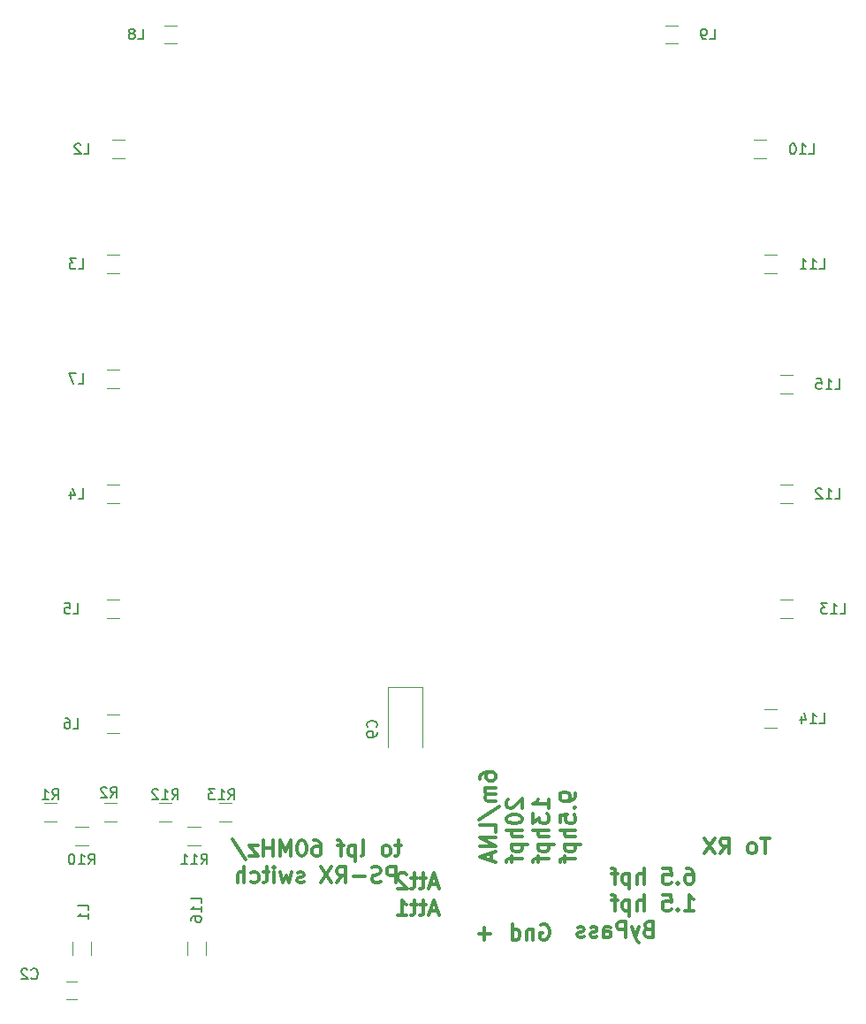
<source format=gbr>
G04 #@! TF.FileFunction,Legend,Bot*
%FSLAX46Y46*%
G04 Gerber Fmt 4.6, Leading zero omitted, Abs format (unit mm)*
G04 Created by KiCad (PCBNEW 4.0.7) date 12/14/17 19:40:57*
%MOMM*%
%LPD*%
G01*
G04 APERTURE LIST*
%ADD10C,0.100000*%
%ADD11C,0.300000*%
%ADD12C,0.120000*%
%ADD13C,0.150000*%
G04 APERTURE END LIST*
D10*
D11*
X172892857Y-95928571D02*
X172035714Y-95928571D01*
X172464285Y-97428571D02*
X172464285Y-95928571D01*
X171321428Y-97428571D02*
X171464286Y-97357143D01*
X171535714Y-97285714D01*
X171607143Y-97142857D01*
X171607143Y-96714286D01*
X171535714Y-96571429D01*
X171464286Y-96500000D01*
X171321428Y-96428571D01*
X171107143Y-96428571D01*
X170964286Y-96500000D01*
X170892857Y-96571429D01*
X170821428Y-96714286D01*
X170821428Y-97142857D01*
X170892857Y-97285714D01*
X170964286Y-97357143D01*
X171107143Y-97428571D01*
X171321428Y-97428571D01*
X168178571Y-97428571D02*
X168678571Y-96714286D01*
X169035714Y-97428571D02*
X169035714Y-95928571D01*
X168464286Y-95928571D01*
X168321428Y-96000000D01*
X168250000Y-96071429D01*
X168178571Y-96214286D01*
X168178571Y-96428571D01*
X168250000Y-96571429D01*
X168321428Y-96642857D01*
X168464286Y-96714286D01*
X169035714Y-96714286D01*
X167678571Y-95928571D02*
X166678571Y-97428571D01*
X166678571Y-95928571D02*
X167678571Y-97428571D01*
X137571429Y-96653571D02*
X137000000Y-96653571D01*
X137357143Y-96153571D02*
X137357143Y-97439286D01*
X137285715Y-97582143D01*
X137142857Y-97653571D01*
X137000000Y-97653571D01*
X136285714Y-97653571D02*
X136428572Y-97582143D01*
X136500000Y-97510714D01*
X136571429Y-97367857D01*
X136571429Y-96939286D01*
X136500000Y-96796429D01*
X136428572Y-96725000D01*
X136285714Y-96653571D01*
X136071429Y-96653571D01*
X135928572Y-96725000D01*
X135857143Y-96796429D01*
X135785714Y-96939286D01*
X135785714Y-97367857D01*
X135857143Y-97510714D01*
X135928572Y-97582143D01*
X136071429Y-97653571D01*
X136285714Y-97653571D01*
X133785714Y-97653571D02*
X133928572Y-97582143D01*
X134000000Y-97439286D01*
X134000000Y-96153571D01*
X133214286Y-96653571D02*
X133214286Y-98153571D01*
X133214286Y-96725000D02*
X133071429Y-96653571D01*
X132785715Y-96653571D01*
X132642858Y-96725000D01*
X132571429Y-96796429D01*
X132500000Y-96939286D01*
X132500000Y-97367857D01*
X132571429Y-97510714D01*
X132642858Y-97582143D01*
X132785715Y-97653571D01*
X133071429Y-97653571D01*
X133214286Y-97582143D01*
X132071429Y-96653571D02*
X131500000Y-96653571D01*
X131857143Y-97653571D02*
X131857143Y-96367857D01*
X131785715Y-96225000D01*
X131642857Y-96153571D01*
X131500000Y-96153571D01*
X129214286Y-96153571D02*
X129500000Y-96153571D01*
X129642857Y-96225000D01*
X129714286Y-96296429D01*
X129857143Y-96510714D01*
X129928572Y-96796429D01*
X129928572Y-97367857D01*
X129857143Y-97510714D01*
X129785715Y-97582143D01*
X129642857Y-97653571D01*
X129357143Y-97653571D01*
X129214286Y-97582143D01*
X129142857Y-97510714D01*
X129071429Y-97367857D01*
X129071429Y-97010714D01*
X129142857Y-96867857D01*
X129214286Y-96796429D01*
X129357143Y-96725000D01*
X129642857Y-96725000D01*
X129785715Y-96796429D01*
X129857143Y-96867857D01*
X129928572Y-97010714D01*
X128142858Y-96153571D02*
X128000001Y-96153571D01*
X127857144Y-96225000D01*
X127785715Y-96296429D01*
X127714286Y-96439286D01*
X127642858Y-96725000D01*
X127642858Y-97082143D01*
X127714286Y-97367857D01*
X127785715Y-97510714D01*
X127857144Y-97582143D01*
X128000001Y-97653571D01*
X128142858Y-97653571D01*
X128285715Y-97582143D01*
X128357144Y-97510714D01*
X128428572Y-97367857D01*
X128500001Y-97082143D01*
X128500001Y-96725000D01*
X128428572Y-96439286D01*
X128357144Y-96296429D01*
X128285715Y-96225000D01*
X128142858Y-96153571D01*
X127000001Y-97653571D02*
X127000001Y-96153571D01*
X126500001Y-97225000D01*
X126000001Y-96153571D01*
X126000001Y-97653571D01*
X125285715Y-97653571D02*
X125285715Y-96153571D01*
X125285715Y-96867857D02*
X124428572Y-96867857D01*
X124428572Y-97653571D02*
X124428572Y-96153571D01*
X123857143Y-96653571D02*
X123071429Y-96653571D01*
X123857143Y-97653571D01*
X123071429Y-97653571D01*
X121428572Y-96082143D02*
X122714286Y-98010714D01*
X137071428Y-100203571D02*
X137071428Y-98703571D01*
X136500000Y-98703571D01*
X136357142Y-98775000D01*
X136285714Y-98846429D01*
X136214285Y-98989286D01*
X136214285Y-99203571D01*
X136285714Y-99346429D01*
X136357142Y-99417857D01*
X136500000Y-99489286D01*
X137071428Y-99489286D01*
X135642857Y-100132143D02*
X135428571Y-100203571D01*
X135071428Y-100203571D01*
X134928571Y-100132143D01*
X134857142Y-100060714D01*
X134785714Y-99917857D01*
X134785714Y-99775000D01*
X134857142Y-99632143D01*
X134928571Y-99560714D01*
X135071428Y-99489286D01*
X135357142Y-99417857D01*
X135500000Y-99346429D01*
X135571428Y-99275000D01*
X135642857Y-99132143D01*
X135642857Y-98989286D01*
X135571428Y-98846429D01*
X135500000Y-98775000D01*
X135357142Y-98703571D01*
X135000000Y-98703571D01*
X134785714Y-98775000D01*
X134142857Y-99632143D02*
X133000000Y-99632143D01*
X131428571Y-100203571D02*
X131928571Y-99489286D01*
X132285714Y-100203571D02*
X132285714Y-98703571D01*
X131714286Y-98703571D01*
X131571428Y-98775000D01*
X131500000Y-98846429D01*
X131428571Y-98989286D01*
X131428571Y-99203571D01*
X131500000Y-99346429D01*
X131571428Y-99417857D01*
X131714286Y-99489286D01*
X132285714Y-99489286D01*
X130928571Y-98703571D02*
X129928571Y-100203571D01*
X129928571Y-98703571D02*
X130928571Y-100203571D01*
X128285715Y-100132143D02*
X128142858Y-100203571D01*
X127857143Y-100203571D01*
X127714286Y-100132143D01*
X127642858Y-99989286D01*
X127642858Y-99917857D01*
X127714286Y-99775000D01*
X127857143Y-99703571D01*
X128071429Y-99703571D01*
X128214286Y-99632143D01*
X128285715Y-99489286D01*
X128285715Y-99417857D01*
X128214286Y-99275000D01*
X128071429Y-99203571D01*
X127857143Y-99203571D01*
X127714286Y-99275000D01*
X127142857Y-99203571D02*
X126857143Y-100203571D01*
X126571429Y-99489286D01*
X126285714Y-100203571D01*
X126000000Y-99203571D01*
X125428571Y-100203571D02*
X125428571Y-99203571D01*
X125428571Y-98703571D02*
X125500000Y-98775000D01*
X125428571Y-98846429D01*
X125357143Y-98775000D01*
X125428571Y-98703571D01*
X125428571Y-98846429D01*
X124928571Y-99203571D02*
X124357142Y-99203571D01*
X124714285Y-98703571D02*
X124714285Y-99989286D01*
X124642857Y-100132143D01*
X124499999Y-100203571D01*
X124357142Y-100203571D01*
X123214285Y-100132143D02*
X123357142Y-100203571D01*
X123642856Y-100203571D01*
X123785714Y-100132143D01*
X123857142Y-100060714D01*
X123928571Y-99917857D01*
X123928571Y-99489286D01*
X123857142Y-99346429D01*
X123785714Y-99275000D01*
X123642856Y-99203571D01*
X123357142Y-99203571D01*
X123214285Y-99275000D01*
X122571428Y-100203571D02*
X122571428Y-98703571D01*
X121928571Y-100203571D02*
X121928571Y-99417857D01*
X122000000Y-99275000D01*
X122142857Y-99203571D01*
X122357142Y-99203571D01*
X122500000Y-99275000D01*
X122571428Y-99346429D01*
X145153571Y-90328571D02*
X145153571Y-90042857D01*
X145225000Y-89900000D01*
X145296429Y-89828571D01*
X145510714Y-89685714D01*
X145796429Y-89614285D01*
X146367857Y-89614285D01*
X146510714Y-89685714D01*
X146582143Y-89757142D01*
X146653571Y-89900000D01*
X146653571Y-90185714D01*
X146582143Y-90328571D01*
X146510714Y-90400000D01*
X146367857Y-90471428D01*
X146010714Y-90471428D01*
X145867857Y-90400000D01*
X145796429Y-90328571D01*
X145725000Y-90185714D01*
X145725000Y-89900000D01*
X145796429Y-89757142D01*
X145867857Y-89685714D01*
X146010714Y-89614285D01*
X146653571Y-91114285D02*
X145653571Y-91114285D01*
X145796429Y-91114285D02*
X145725000Y-91185713D01*
X145653571Y-91328571D01*
X145653571Y-91542856D01*
X145725000Y-91685713D01*
X145867857Y-91757142D01*
X146653571Y-91757142D01*
X145867857Y-91757142D02*
X145725000Y-91828571D01*
X145653571Y-91971428D01*
X145653571Y-92185713D01*
X145725000Y-92328571D01*
X145867857Y-92399999D01*
X146653571Y-92399999D01*
X145082143Y-94185713D02*
X147010714Y-92899999D01*
X146653571Y-95400000D02*
X146653571Y-94685714D01*
X145153571Y-94685714D01*
X146653571Y-95900000D02*
X145153571Y-95900000D01*
X146653571Y-96757143D01*
X145153571Y-96757143D01*
X146225000Y-97400000D02*
X146225000Y-98114286D01*
X146653571Y-97257143D02*
X145153571Y-97757143D01*
X146653571Y-98257143D01*
X147846429Y-92257143D02*
X147775000Y-92328572D01*
X147703571Y-92471429D01*
X147703571Y-92828572D01*
X147775000Y-92971429D01*
X147846429Y-93042858D01*
X147989286Y-93114286D01*
X148132143Y-93114286D01*
X148346429Y-93042858D01*
X149203571Y-92185715D01*
X149203571Y-93114286D01*
X147703571Y-94042857D02*
X147703571Y-94185714D01*
X147775000Y-94328571D01*
X147846429Y-94400000D01*
X147989286Y-94471429D01*
X148275000Y-94542857D01*
X148632143Y-94542857D01*
X148917857Y-94471429D01*
X149060714Y-94400000D01*
X149132143Y-94328571D01*
X149203571Y-94185714D01*
X149203571Y-94042857D01*
X149132143Y-93900000D01*
X149060714Y-93828571D01*
X148917857Y-93757143D01*
X148632143Y-93685714D01*
X148275000Y-93685714D01*
X147989286Y-93757143D01*
X147846429Y-93828571D01*
X147775000Y-93900000D01*
X147703571Y-94042857D01*
X149203571Y-95185714D02*
X147703571Y-95185714D01*
X149203571Y-95828571D02*
X148417857Y-95828571D01*
X148275000Y-95757142D01*
X148203571Y-95614285D01*
X148203571Y-95400000D01*
X148275000Y-95257142D01*
X148346429Y-95185714D01*
X148203571Y-96542857D02*
X149703571Y-96542857D01*
X148275000Y-96542857D02*
X148203571Y-96685714D01*
X148203571Y-96971428D01*
X148275000Y-97114285D01*
X148346429Y-97185714D01*
X148489286Y-97257143D01*
X148917857Y-97257143D01*
X149060714Y-97185714D01*
X149132143Y-97114285D01*
X149203571Y-96971428D01*
X149203571Y-96685714D01*
X149132143Y-96542857D01*
X148203571Y-97685714D02*
X148203571Y-98257143D01*
X149203571Y-97900000D02*
X147917857Y-97900000D01*
X147775000Y-97971428D01*
X147703571Y-98114286D01*
X147703571Y-98257143D01*
X151753571Y-93114286D02*
X151753571Y-92257143D01*
X151753571Y-92685715D02*
X150253571Y-92685715D01*
X150467857Y-92542858D01*
X150610714Y-92400000D01*
X150682143Y-92257143D01*
X150253571Y-93614286D02*
X150253571Y-94542857D01*
X150825000Y-94042857D01*
X150825000Y-94257143D01*
X150896429Y-94400000D01*
X150967857Y-94471429D01*
X151110714Y-94542857D01*
X151467857Y-94542857D01*
X151610714Y-94471429D01*
X151682143Y-94400000D01*
X151753571Y-94257143D01*
X151753571Y-93828571D01*
X151682143Y-93685714D01*
X151610714Y-93614286D01*
X151753571Y-95185714D02*
X150253571Y-95185714D01*
X151753571Y-95828571D02*
X150967857Y-95828571D01*
X150825000Y-95757142D01*
X150753571Y-95614285D01*
X150753571Y-95400000D01*
X150825000Y-95257142D01*
X150896429Y-95185714D01*
X150753571Y-96542857D02*
X152253571Y-96542857D01*
X150825000Y-96542857D02*
X150753571Y-96685714D01*
X150753571Y-96971428D01*
X150825000Y-97114285D01*
X150896429Y-97185714D01*
X151039286Y-97257143D01*
X151467857Y-97257143D01*
X151610714Y-97185714D01*
X151682143Y-97114285D01*
X151753571Y-96971428D01*
X151753571Y-96685714D01*
X151682143Y-96542857D01*
X150753571Y-97685714D02*
X150753571Y-98257143D01*
X151753571Y-97900000D02*
X150467857Y-97900000D01*
X150325000Y-97971428D01*
X150253571Y-98114286D01*
X150253571Y-98257143D01*
X154303571Y-91685714D02*
X154303571Y-91971429D01*
X154232143Y-92114286D01*
X154160714Y-92185714D01*
X153946429Y-92328572D01*
X153660714Y-92400000D01*
X153089286Y-92400000D01*
X152946429Y-92328572D01*
X152875000Y-92257143D01*
X152803571Y-92114286D01*
X152803571Y-91828572D01*
X152875000Y-91685714D01*
X152946429Y-91614286D01*
X153089286Y-91542857D01*
X153446429Y-91542857D01*
X153589286Y-91614286D01*
X153660714Y-91685714D01*
X153732143Y-91828572D01*
X153732143Y-92114286D01*
X153660714Y-92257143D01*
X153589286Y-92328572D01*
X153446429Y-92400000D01*
X154160714Y-93042857D02*
X154232143Y-93114285D01*
X154303571Y-93042857D01*
X154232143Y-92971428D01*
X154160714Y-93042857D01*
X154303571Y-93042857D01*
X152803571Y-94471429D02*
X152803571Y-93757143D01*
X153517857Y-93685714D01*
X153446429Y-93757143D01*
X153375000Y-93900000D01*
X153375000Y-94257143D01*
X153446429Y-94400000D01*
X153517857Y-94471429D01*
X153660714Y-94542857D01*
X154017857Y-94542857D01*
X154160714Y-94471429D01*
X154232143Y-94400000D01*
X154303571Y-94257143D01*
X154303571Y-93900000D01*
X154232143Y-93757143D01*
X154160714Y-93685714D01*
X154303571Y-95185714D02*
X152803571Y-95185714D01*
X154303571Y-95828571D02*
X153517857Y-95828571D01*
X153375000Y-95757142D01*
X153303571Y-95614285D01*
X153303571Y-95400000D01*
X153375000Y-95257142D01*
X153446429Y-95185714D01*
X153303571Y-96542857D02*
X154803571Y-96542857D01*
X153375000Y-96542857D02*
X153303571Y-96685714D01*
X153303571Y-96971428D01*
X153375000Y-97114285D01*
X153446429Y-97185714D01*
X153589286Y-97257143D01*
X154017857Y-97257143D01*
X154160714Y-97185714D01*
X154232143Y-97114285D01*
X154303571Y-96971428D01*
X154303571Y-96685714D01*
X154232143Y-96542857D01*
X153303571Y-97685714D02*
X153303571Y-98257143D01*
X154303571Y-97900000D02*
X153017857Y-97900000D01*
X152875000Y-97971428D01*
X152803571Y-98114286D01*
X152803571Y-98257143D01*
X164914285Y-98828571D02*
X165199999Y-98828571D01*
X165342856Y-98900000D01*
X165414285Y-98971429D01*
X165557142Y-99185714D01*
X165628571Y-99471429D01*
X165628571Y-100042857D01*
X165557142Y-100185714D01*
X165485714Y-100257143D01*
X165342856Y-100328571D01*
X165057142Y-100328571D01*
X164914285Y-100257143D01*
X164842856Y-100185714D01*
X164771428Y-100042857D01*
X164771428Y-99685714D01*
X164842856Y-99542857D01*
X164914285Y-99471429D01*
X165057142Y-99400000D01*
X165342856Y-99400000D01*
X165485714Y-99471429D01*
X165557142Y-99542857D01*
X165628571Y-99685714D01*
X164128571Y-100185714D02*
X164057143Y-100257143D01*
X164128571Y-100328571D01*
X164200000Y-100257143D01*
X164128571Y-100185714D01*
X164128571Y-100328571D01*
X162699999Y-98828571D02*
X163414285Y-98828571D01*
X163485714Y-99542857D01*
X163414285Y-99471429D01*
X163271428Y-99400000D01*
X162914285Y-99400000D01*
X162771428Y-99471429D01*
X162699999Y-99542857D01*
X162628571Y-99685714D01*
X162628571Y-100042857D01*
X162699999Y-100185714D01*
X162771428Y-100257143D01*
X162914285Y-100328571D01*
X163271428Y-100328571D01*
X163414285Y-100257143D01*
X163485714Y-100185714D01*
X160842857Y-100328571D02*
X160842857Y-98828571D01*
X160200000Y-100328571D02*
X160200000Y-99542857D01*
X160271429Y-99400000D01*
X160414286Y-99328571D01*
X160628571Y-99328571D01*
X160771429Y-99400000D01*
X160842857Y-99471429D01*
X159485714Y-99328571D02*
X159485714Y-100828571D01*
X159485714Y-99400000D02*
X159342857Y-99328571D01*
X159057143Y-99328571D01*
X158914286Y-99400000D01*
X158842857Y-99471429D01*
X158771428Y-99614286D01*
X158771428Y-100042857D01*
X158842857Y-100185714D01*
X158914286Y-100257143D01*
X159057143Y-100328571D01*
X159342857Y-100328571D01*
X159485714Y-100257143D01*
X158342857Y-99328571D02*
X157771428Y-99328571D01*
X158128571Y-100328571D02*
X158128571Y-99042857D01*
X158057143Y-98900000D01*
X157914285Y-98828571D01*
X157771428Y-98828571D01*
X164771428Y-102878571D02*
X165628571Y-102878571D01*
X165199999Y-102878571D02*
X165199999Y-101378571D01*
X165342856Y-101592857D01*
X165485714Y-101735714D01*
X165628571Y-101807143D01*
X164128571Y-102735714D02*
X164057143Y-102807143D01*
X164128571Y-102878571D01*
X164200000Y-102807143D01*
X164128571Y-102735714D01*
X164128571Y-102878571D01*
X162699999Y-101378571D02*
X163414285Y-101378571D01*
X163485714Y-102092857D01*
X163414285Y-102021429D01*
X163271428Y-101950000D01*
X162914285Y-101950000D01*
X162771428Y-102021429D01*
X162699999Y-102092857D01*
X162628571Y-102235714D01*
X162628571Y-102592857D01*
X162699999Y-102735714D01*
X162771428Y-102807143D01*
X162914285Y-102878571D01*
X163271428Y-102878571D01*
X163414285Y-102807143D01*
X163485714Y-102735714D01*
X160842857Y-102878571D02*
X160842857Y-101378571D01*
X160200000Y-102878571D02*
X160200000Y-102092857D01*
X160271429Y-101950000D01*
X160414286Y-101878571D01*
X160628571Y-101878571D01*
X160771429Y-101950000D01*
X160842857Y-102021429D01*
X159485714Y-101878571D02*
X159485714Y-103378571D01*
X159485714Y-101950000D02*
X159342857Y-101878571D01*
X159057143Y-101878571D01*
X158914286Y-101950000D01*
X158842857Y-102021429D01*
X158771428Y-102164286D01*
X158771428Y-102592857D01*
X158842857Y-102735714D01*
X158914286Y-102807143D01*
X159057143Y-102878571D01*
X159342857Y-102878571D01*
X159485714Y-102807143D01*
X158342857Y-101878571D02*
X157771428Y-101878571D01*
X158128571Y-102878571D02*
X158128571Y-101592857D01*
X158057143Y-101450000D01*
X157914285Y-101378571D01*
X157771428Y-101378571D01*
X161271429Y-104642857D02*
X161057143Y-104714286D01*
X160985715Y-104785714D01*
X160914286Y-104928571D01*
X160914286Y-105142857D01*
X160985715Y-105285714D01*
X161057143Y-105357143D01*
X161200001Y-105428571D01*
X161771429Y-105428571D01*
X161771429Y-103928571D01*
X161271429Y-103928571D01*
X161128572Y-104000000D01*
X161057143Y-104071429D01*
X160985715Y-104214286D01*
X160985715Y-104357143D01*
X161057143Y-104500000D01*
X161128572Y-104571429D01*
X161271429Y-104642857D01*
X161771429Y-104642857D01*
X160414286Y-104428571D02*
X160057143Y-105428571D01*
X159700001Y-104428571D02*
X160057143Y-105428571D01*
X160200001Y-105785714D01*
X160271429Y-105857143D01*
X160414286Y-105928571D01*
X159128572Y-105428571D02*
X159128572Y-103928571D01*
X158557144Y-103928571D01*
X158414286Y-104000000D01*
X158342858Y-104071429D01*
X158271429Y-104214286D01*
X158271429Y-104428571D01*
X158342858Y-104571429D01*
X158414286Y-104642857D01*
X158557144Y-104714286D01*
X159128572Y-104714286D01*
X156985715Y-105428571D02*
X156985715Y-104642857D01*
X157057144Y-104500000D01*
X157200001Y-104428571D01*
X157485715Y-104428571D01*
X157628572Y-104500000D01*
X156985715Y-105357143D02*
X157128572Y-105428571D01*
X157485715Y-105428571D01*
X157628572Y-105357143D01*
X157700001Y-105214286D01*
X157700001Y-105071429D01*
X157628572Y-104928571D01*
X157485715Y-104857143D01*
X157128572Y-104857143D01*
X156985715Y-104785714D01*
X156342858Y-105357143D02*
X156200001Y-105428571D01*
X155914286Y-105428571D01*
X155771429Y-105357143D01*
X155700001Y-105214286D01*
X155700001Y-105142857D01*
X155771429Y-105000000D01*
X155914286Y-104928571D01*
X156128572Y-104928571D01*
X156271429Y-104857143D01*
X156342858Y-104714286D01*
X156342858Y-104642857D01*
X156271429Y-104500000D01*
X156128572Y-104428571D01*
X155914286Y-104428571D01*
X155771429Y-104500000D01*
X155128572Y-105357143D02*
X154985715Y-105428571D01*
X154700000Y-105428571D01*
X154557143Y-105357143D01*
X154485715Y-105214286D01*
X154485715Y-105142857D01*
X154557143Y-105000000D01*
X154700000Y-104928571D01*
X154914286Y-104928571D01*
X155057143Y-104857143D01*
X155128572Y-104714286D01*
X155128572Y-104642857D01*
X155057143Y-104500000D01*
X154914286Y-104428571D01*
X154700000Y-104428571D01*
X154557143Y-104500000D01*
X141114286Y-100375000D02*
X140400000Y-100375000D01*
X141257143Y-100803571D02*
X140757143Y-99303571D01*
X140257143Y-100803571D01*
X139971429Y-99803571D02*
X139400000Y-99803571D01*
X139757143Y-99303571D02*
X139757143Y-100589286D01*
X139685715Y-100732143D01*
X139542857Y-100803571D01*
X139400000Y-100803571D01*
X139114286Y-99803571D02*
X138542857Y-99803571D01*
X138900000Y-99303571D02*
X138900000Y-100589286D01*
X138828572Y-100732143D01*
X138685714Y-100803571D01*
X138542857Y-100803571D01*
X138114286Y-99446429D02*
X138042857Y-99375000D01*
X137900000Y-99303571D01*
X137542857Y-99303571D01*
X137400000Y-99375000D01*
X137328571Y-99446429D01*
X137257143Y-99589286D01*
X137257143Y-99732143D01*
X137328571Y-99946429D01*
X138185714Y-100803571D01*
X137257143Y-100803571D01*
X141114286Y-102925000D02*
X140400000Y-102925000D01*
X141257143Y-103353571D02*
X140757143Y-101853571D01*
X140257143Y-103353571D01*
X139971429Y-102353571D02*
X139400000Y-102353571D01*
X139757143Y-101853571D02*
X139757143Y-103139286D01*
X139685715Y-103282143D01*
X139542857Y-103353571D01*
X139400000Y-103353571D01*
X139114286Y-102353571D02*
X138542857Y-102353571D01*
X138900000Y-101853571D02*
X138900000Y-103139286D01*
X138828572Y-103282143D01*
X138685714Y-103353571D01*
X138542857Y-103353571D01*
X137257143Y-103353571D02*
X138114286Y-103353571D01*
X137685714Y-103353571D02*
X137685714Y-101853571D01*
X137828571Y-102067857D01*
X137971429Y-102210714D01*
X138114286Y-102282143D01*
X146171428Y-105107143D02*
X145028571Y-105107143D01*
X145600000Y-105678571D02*
X145600000Y-104535714D01*
X150964286Y-104250000D02*
X151107143Y-104178571D01*
X151321429Y-104178571D01*
X151535714Y-104250000D01*
X151678572Y-104392857D01*
X151750000Y-104535714D01*
X151821429Y-104821429D01*
X151821429Y-105035714D01*
X151750000Y-105321429D01*
X151678572Y-105464286D01*
X151535714Y-105607143D01*
X151321429Y-105678571D01*
X151178572Y-105678571D01*
X150964286Y-105607143D01*
X150892857Y-105535714D01*
X150892857Y-105035714D01*
X151178572Y-105035714D01*
X150250000Y-104678571D02*
X150250000Y-105678571D01*
X150250000Y-104821429D02*
X150178572Y-104750000D01*
X150035714Y-104678571D01*
X149821429Y-104678571D01*
X149678572Y-104750000D01*
X149607143Y-104892857D01*
X149607143Y-105678571D01*
X148250000Y-105678571D02*
X148250000Y-104178571D01*
X148250000Y-105607143D02*
X148392857Y-105678571D01*
X148678571Y-105678571D01*
X148821429Y-105607143D01*
X148892857Y-105535714D01*
X148964286Y-105392857D01*
X148964286Y-104964286D01*
X148892857Y-104821429D01*
X148821429Y-104750000D01*
X148678571Y-104678571D01*
X148392857Y-104678571D01*
X148250000Y-104750000D01*
D12*
X105500000Y-109650000D02*
X106500000Y-109650000D01*
X106500000Y-111350000D02*
X105500000Y-111350000D01*
X103400000Y-94380000D02*
X104600000Y-94380000D01*
X104600000Y-92620000D02*
X103400000Y-92620000D01*
X110350000Y-92620000D02*
X109150000Y-92620000D01*
X109150000Y-94380000D02*
X110350000Y-94380000D01*
X107600000Y-94870000D02*
X106400000Y-94870000D01*
X106400000Y-96630000D02*
X107600000Y-96630000D01*
X118350000Y-94870000D02*
X117150000Y-94870000D01*
X117150000Y-96630000D02*
X118350000Y-96630000D01*
X114400000Y-94380000D02*
X115600000Y-94380000D01*
X115600000Y-92620000D02*
X114400000Y-92620000D01*
X121350000Y-92620000D02*
X120150000Y-92620000D01*
X120150000Y-94380000D02*
X121350000Y-94380000D01*
X106120000Y-105900000D02*
X106120000Y-107100000D01*
X107880000Y-107100000D02*
X107880000Y-105900000D01*
X111100000Y-29120000D02*
X109900000Y-29120000D01*
X109900000Y-30880000D02*
X111100000Y-30880000D01*
X109400000Y-41880000D02*
X110600000Y-41880000D01*
X110600000Y-40120000D02*
X109400000Y-40120000D01*
X109400000Y-63880000D02*
X110600000Y-63880000D01*
X110600000Y-62120000D02*
X109400000Y-62120000D01*
X109400000Y-74880000D02*
X110600000Y-74880000D01*
X110600000Y-73120000D02*
X109400000Y-73120000D01*
X109400000Y-85880000D02*
X110600000Y-85880000D01*
X110600000Y-84120000D02*
X109400000Y-84120000D01*
X109400000Y-52880000D02*
X110600000Y-52880000D01*
X110600000Y-51120000D02*
X109400000Y-51120000D01*
X114900000Y-19880000D02*
X116100000Y-19880000D01*
X116100000Y-18120000D02*
X114900000Y-18120000D01*
X162900000Y-19880000D02*
X164100000Y-19880000D01*
X164100000Y-18120000D02*
X162900000Y-18120000D01*
X172600000Y-29120000D02*
X171400000Y-29120000D01*
X171400000Y-30880000D02*
X172600000Y-30880000D01*
X172400000Y-41880000D02*
X173600000Y-41880000D01*
X173600000Y-40120000D02*
X172400000Y-40120000D01*
X173900000Y-63880000D02*
X175100000Y-63880000D01*
X175100000Y-62120000D02*
X173900000Y-62120000D01*
X173900000Y-74880000D02*
X175100000Y-74880000D01*
X175100000Y-73120000D02*
X173900000Y-73120000D01*
X172400000Y-85380000D02*
X173600000Y-85380000D01*
X173600000Y-83620000D02*
X172400000Y-83620000D01*
X173900000Y-53380000D02*
X175100000Y-53380000D01*
X175100000Y-51620000D02*
X173900000Y-51620000D01*
X118880000Y-107100000D02*
X118880000Y-105900000D01*
X117120000Y-105900000D02*
X117120000Y-107100000D01*
X136350000Y-81450000D02*
X136350000Y-87250000D01*
X139650000Y-81450000D02*
X139650000Y-87250000D01*
X136350000Y-81450000D02*
X139650000Y-81450000D01*
D13*
X102166666Y-109357143D02*
X102214285Y-109404762D01*
X102357142Y-109452381D01*
X102452380Y-109452381D01*
X102595238Y-109404762D01*
X102690476Y-109309524D01*
X102738095Y-109214286D01*
X102785714Y-109023810D01*
X102785714Y-108880952D01*
X102738095Y-108690476D01*
X102690476Y-108595238D01*
X102595238Y-108500000D01*
X102452380Y-108452381D01*
X102357142Y-108452381D01*
X102214285Y-108500000D01*
X102166666Y-108547619D01*
X101785714Y-108547619D02*
X101738095Y-108500000D01*
X101642857Y-108452381D01*
X101404761Y-108452381D01*
X101309523Y-108500000D01*
X101261904Y-108547619D01*
X101214285Y-108642857D01*
X101214285Y-108738095D01*
X101261904Y-108880952D01*
X101833333Y-109452381D01*
X101214285Y-109452381D01*
X104166666Y-92252381D02*
X104500000Y-91776190D01*
X104738095Y-92252381D02*
X104738095Y-91252381D01*
X104357142Y-91252381D01*
X104261904Y-91300000D01*
X104214285Y-91347619D01*
X104166666Y-91442857D01*
X104166666Y-91585714D01*
X104214285Y-91680952D01*
X104261904Y-91728571D01*
X104357142Y-91776190D01*
X104738095Y-91776190D01*
X103214285Y-92252381D02*
X103785714Y-92252381D01*
X103500000Y-92252381D02*
X103500000Y-91252381D01*
X103595238Y-91395238D01*
X103690476Y-91490476D01*
X103785714Y-91538095D01*
X109766666Y-92052381D02*
X110100000Y-91576190D01*
X110338095Y-92052381D02*
X110338095Y-91052381D01*
X109957142Y-91052381D01*
X109861904Y-91100000D01*
X109814285Y-91147619D01*
X109766666Y-91242857D01*
X109766666Y-91385714D01*
X109814285Y-91480952D01*
X109861904Y-91528571D01*
X109957142Y-91576190D01*
X110338095Y-91576190D01*
X109385714Y-91147619D02*
X109338095Y-91100000D01*
X109242857Y-91052381D01*
X109004761Y-91052381D01*
X108909523Y-91100000D01*
X108861904Y-91147619D01*
X108814285Y-91242857D01*
X108814285Y-91338095D01*
X108861904Y-91480952D01*
X109433333Y-92052381D01*
X108814285Y-92052381D01*
X107642857Y-98452381D02*
X107976191Y-97976190D01*
X108214286Y-98452381D02*
X108214286Y-97452381D01*
X107833333Y-97452381D01*
X107738095Y-97500000D01*
X107690476Y-97547619D01*
X107642857Y-97642857D01*
X107642857Y-97785714D01*
X107690476Y-97880952D01*
X107738095Y-97928571D01*
X107833333Y-97976190D01*
X108214286Y-97976190D01*
X106690476Y-98452381D02*
X107261905Y-98452381D01*
X106976191Y-98452381D02*
X106976191Y-97452381D01*
X107071429Y-97595238D01*
X107166667Y-97690476D01*
X107261905Y-97738095D01*
X106071429Y-97452381D02*
X105976190Y-97452381D01*
X105880952Y-97500000D01*
X105833333Y-97547619D01*
X105785714Y-97642857D01*
X105738095Y-97833333D01*
X105738095Y-98071429D01*
X105785714Y-98261905D01*
X105833333Y-98357143D01*
X105880952Y-98404762D01*
X105976190Y-98452381D01*
X106071429Y-98452381D01*
X106166667Y-98404762D01*
X106214286Y-98357143D01*
X106261905Y-98261905D01*
X106309524Y-98071429D01*
X106309524Y-97833333D01*
X106261905Y-97642857D01*
X106214286Y-97547619D01*
X106166667Y-97500000D01*
X106071429Y-97452381D01*
X118442857Y-98452381D02*
X118776191Y-97976190D01*
X119014286Y-98452381D02*
X119014286Y-97452381D01*
X118633333Y-97452381D01*
X118538095Y-97500000D01*
X118490476Y-97547619D01*
X118442857Y-97642857D01*
X118442857Y-97785714D01*
X118490476Y-97880952D01*
X118538095Y-97928571D01*
X118633333Y-97976190D01*
X119014286Y-97976190D01*
X117490476Y-98452381D02*
X118061905Y-98452381D01*
X117776191Y-98452381D02*
X117776191Y-97452381D01*
X117871429Y-97595238D01*
X117966667Y-97690476D01*
X118061905Y-97738095D01*
X116538095Y-98452381D02*
X117109524Y-98452381D01*
X116823810Y-98452381D02*
X116823810Y-97452381D01*
X116919048Y-97595238D01*
X117014286Y-97690476D01*
X117109524Y-97738095D01*
X115642857Y-92252381D02*
X115976191Y-91776190D01*
X116214286Y-92252381D02*
X116214286Y-91252381D01*
X115833333Y-91252381D01*
X115738095Y-91300000D01*
X115690476Y-91347619D01*
X115642857Y-91442857D01*
X115642857Y-91585714D01*
X115690476Y-91680952D01*
X115738095Y-91728571D01*
X115833333Y-91776190D01*
X116214286Y-91776190D01*
X114690476Y-92252381D02*
X115261905Y-92252381D01*
X114976191Y-92252381D02*
X114976191Y-91252381D01*
X115071429Y-91395238D01*
X115166667Y-91490476D01*
X115261905Y-91538095D01*
X114309524Y-91347619D02*
X114261905Y-91300000D01*
X114166667Y-91252381D01*
X113928571Y-91252381D01*
X113833333Y-91300000D01*
X113785714Y-91347619D01*
X113738095Y-91442857D01*
X113738095Y-91538095D01*
X113785714Y-91680952D01*
X114357143Y-92252381D01*
X113738095Y-92252381D01*
X121042857Y-92252381D02*
X121376191Y-91776190D01*
X121614286Y-92252381D02*
X121614286Y-91252381D01*
X121233333Y-91252381D01*
X121138095Y-91300000D01*
X121090476Y-91347619D01*
X121042857Y-91442857D01*
X121042857Y-91585714D01*
X121090476Y-91680952D01*
X121138095Y-91728571D01*
X121233333Y-91776190D01*
X121614286Y-91776190D01*
X120090476Y-92252381D02*
X120661905Y-92252381D01*
X120376191Y-92252381D02*
X120376191Y-91252381D01*
X120471429Y-91395238D01*
X120566667Y-91490476D01*
X120661905Y-91538095D01*
X119757143Y-91252381D02*
X119138095Y-91252381D01*
X119471429Y-91633333D01*
X119328571Y-91633333D01*
X119233333Y-91680952D01*
X119185714Y-91728571D01*
X119138095Y-91823810D01*
X119138095Y-92061905D01*
X119185714Y-92157143D01*
X119233333Y-92204762D01*
X119328571Y-92252381D01*
X119614286Y-92252381D01*
X119709524Y-92204762D01*
X119757143Y-92157143D01*
X107652381Y-102833334D02*
X107652381Y-102357143D01*
X106652381Y-102357143D01*
X107652381Y-103690477D02*
X107652381Y-103119048D01*
X107652381Y-103404762D02*
X106652381Y-103404762D01*
X106795238Y-103309524D01*
X106890476Y-103214286D01*
X106938095Y-103119048D01*
X107166666Y-30452381D02*
X107642857Y-30452381D01*
X107642857Y-29452381D01*
X106880952Y-29547619D02*
X106833333Y-29500000D01*
X106738095Y-29452381D01*
X106499999Y-29452381D01*
X106404761Y-29500000D01*
X106357142Y-29547619D01*
X106309523Y-29642857D01*
X106309523Y-29738095D01*
X106357142Y-29880952D01*
X106928571Y-30452381D01*
X106309523Y-30452381D01*
X106666666Y-41452381D02*
X107142857Y-41452381D01*
X107142857Y-40452381D01*
X106428571Y-40452381D02*
X105809523Y-40452381D01*
X106142857Y-40833333D01*
X105999999Y-40833333D01*
X105904761Y-40880952D01*
X105857142Y-40928571D01*
X105809523Y-41023810D01*
X105809523Y-41261905D01*
X105857142Y-41357143D01*
X105904761Y-41404762D01*
X105999999Y-41452381D01*
X106285714Y-41452381D01*
X106380952Y-41404762D01*
X106428571Y-41357143D01*
X106666666Y-63452381D02*
X107142857Y-63452381D01*
X107142857Y-62452381D01*
X105904761Y-62785714D02*
X105904761Y-63452381D01*
X106142857Y-62404762D02*
X106380952Y-63119048D01*
X105761904Y-63119048D01*
X106166666Y-74452381D02*
X106642857Y-74452381D01*
X106642857Y-73452381D01*
X105357142Y-73452381D02*
X105833333Y-73452381D01*
X105880952Y-73928571D01*
X105833333Y-73880952D01*
X105738095Y-73833333D01*
X105499999Y-73833333D01*
X105404761Y-73880952D01*
X105357142Y-73928571D01*
X105309523Y-74023810D01*
X105309523Y-74261905D01*
X105357142Y-74357143D01*
X105404761Y-74404762D01*
X105499999Y-74452381D01*
X105738095Y-74452381D01*
X105833333Y-74404762D01*
X105880952Y-74357143D01*
X106166666Y-85452381D02*
X106642857Y-85452381D01*
X106642857Y-84452381D01*
X105404761Y-84452381D02*
X105595238Y-84452381D01*
X105690476Y-84500000D01*
X105738095Y-84547619D01*
X105833333Y-84690476D01*
X105880952Y-84880952D01*
X105880952Y-85261905D01*
X105833333Y-85357143D01*
X105785714Y-85404762D01*
X105690476Y-85452381D01*
X105499999Y-85452381D01*
X105404761Y-85404762D01*
X105357142Y-85357143D01*
X105309523Y-85261905D01*
X105309523Y-85023810D01*
X105357142Y-84928571D01*
X105404761Y-84880952D01*
X105499999Y-84833333D01*
X105690476Y-84833333D01*
X105785714Y-84880952D01*
X105833333Y-84928571D01*
X105880952Y-85023810D01*
X106666666Y-52452381D02*
X107142857Y-52452381D01*
X107142857Y-51452381D01*
X106428571Y-51452381D02*
X105761904Y-51452381D01*
X106190476Y-52452381D01*
X112366666Y-19452381D02*
X112842857Y-19452381D01*
X112842857Y-18452381D01*
X111890476Y-18880952D02*
X111985714Y-18833333D01*
X112033333Y-18785714D01*
X112080952Y-18690476D01*
X112080952Y-18642857D01*
X112033333Y-18547619D01*
X111985714Y-18500000D01*
X111890476Y-18452381D01*
X111699999Y-18452381D01*
X111604761Y-18500000D01*
X111557142Y-18547619D01*
X111509523Y-18642857D01*
X111509523Y-18690476D01*
X111557142Y-18785714D01*
X111604761Y-18833333D01*
X111699999Y-18880952D01*
X111890476Y-18880952D01*
X111985714Y-18928571D01*
X112033333Y-18976190D01*
X112080952Y-19071429D01*
X112080952Y-19261905D01*
X112033333Y-19357143D01*
X111985714Y-19404762D01*
X111890476Y-19452381D01*
X111699999Y-19452381D01*
X111604761Y-19404762D01*
X111557142Y-19357143D01*
X111509523Y-19261905D01*
X111509523Y-19071429D01*
X111557142Y-18976190D01*
X111604761Y-18928571D01*
X111699999Y-18880952D01*
X167166666Y-19452381D02*
X167642857Y-19452381D01*
X167642857Y-18452381D01*
X166785714Y-19452381D02*
X166595238Y-19452381D01*
X166499999Y-19404762D01*
X166452380Y-19357143D01*
X166357142Y-19214286D01*
X166309523Y-19023810D01*
X166309523Y-18642857D01*
X166357142Y-18547619D01*
X166404761Y-18500000D01*
X166499999Y-18452381D01*
X166690476Y-18452381D01*
X166785714Y-18500000D01*
X166833333Y-18547619D01*
X166880952Y-18642857D01*
X166880952Y-18880952D01*
X166833333Y-18976190D01*
X166785714Y-19023810D01*
X166690476Y-19071429D01*
X166499999Y-19071429D01*
X166404761Y-19023810D01*
X166357142Y-18976190D01*
X166309523Y-18880952D01*
X176642857Y-30452381D02*
X177119048Y-30452381D01*
X177119048Y-29452381D01*
X175785714Y-30452381D02*
X176357143Y-30452381D01*
X176071429Y-30452381D02*
X176071429Y-29452381D01*
X176166667Y-29595238D01*
X176261905Y-29690476D01*
X176357143Y-29738095D01*
X175166667Y-29452381D02*
X175071428Y-29452381D01*
X174976190Y-29500000D01*
X174928571Y-29547619D01*
X174880952Y-29642857D01*
X174833333Y-29833333D01*
X174833333Y-30071429D01*
X174880952Y-30261905D01*
X174928571Y-30357143D01*
X174976190Y-30404762D01*
X175071428Y-30452381D01*
X175166667Y-30452381D01*
X175261905Y-30404762D01*
X175309524Y-30357143D01*
X175357143Y-30261905D01*
X175404762Y-30071429D01*
X175404762Y-29833333D01*
X175357143Y-29642857D01*
X175309524Y-29547619D01*
X175261905Y-29500000D01*
X175166667Y-29452381D01*
X177642857Y-41452381D02*
X178119048Y-41452381D01*
X178119048Y-40452381D01*
X176785714Y-41452381D02*
X177357143Y-41452381D01*
X177071429Y-41452381D02*
X177071429Y-40452381D01*
X177166667Y-40595238D01*
X177261905Y-40690476D01*
X177357143Y-40738095D01*
X175833333Y-41452381D02*
X176404762Y-41452381D01*
X176119048Y-41452381D02*
X176119048Y-40452381D01*
X176214286Y-40595238D01*
X176309524Y-40690476D01*
X176404762Y-40738095D01*
X179142857Y-63452381D02*
X179619048Y-63452381D01*
X179619048Y-62452381D01*
X178285714Y-63452381D02*
X178857143Y-63452381D01*
X178571429Y-63452381D02*
X178571429Y-62452381D01*
X178666667Y-62595238D01*
X178761905Y-62690476D01*
X178857143Y-62738095D01*
X177904762Y-62547619D02*
X177857143Y-62500000D01*
X177761905Y-62452381D01*
X177523809Y-62452381D01*
X177428571Y-62500000D01*
X177380952Y-62547619D01*
X177333333Y-62642857D01*
X177333333Y-62738095D01*
X177380952Y-62880952D01*
X177952381Y-63452381D01*
X177333333Y-63452381D01*
X179642857Y-74452381D02*
X180119048Y-74452381D01*
X180119048Y-73452381D01*
X178785714Y-74452381D02*
X179357143Y-74452381D01*
X179071429Y-74452381D02*
X179071429Y-73452381D01*
X179166667Y-73595238D01*
X179261905Y-73690476D01*
X179357143Y-73738095D01*
X178452381Y-73452381D02*
X177833333Y-73452381D01*
X178166667Y-73833333D01*
X178023809Y-73833333D01*
X177928571Y-73880952D01*
X177880952Y-73928571D01*
X177833333Y-74023810D01*
X177833333Y-74261905D01*
X177880952Y-74357143D01*
X177928571Y-74404762D01*
X178023809Y-74452381D01*
X178309524Y-74452381D01*
X178404762Y-74404762D01*
X178452381Y-74357143D01*
X177642857Y-84952381D02*
X178119048Y-84952381D01*
X178119048Y-83952381D01*
X176785714Y-84952381D02*
X177357143Y-84952381D01*
X177071429Y-84952381D02*
X177071429Y-83952381D01*
X177166667Y-84095238D01*
X177261905Y-84190476D01*
X177357143Y-84238095D01*
X175928571Y-84285714D02*
X175928571Y-84952381D01*
X176166667Y-83904762D02*
X176404762Y-84619048D01*
X175785714Y-84619048D01*
X179142857Y-52952381D02*
X179619048Y-52952381D01*
X179619048Y-51952381D01*
X178285714Y-52952381D02*
X178857143Y-52952381D01*
X178571429Y-52952381D02*
X178571429Y-51952381D01*
X178666667Y-52095238D01*
X178761905Y-52190476D01*
X178857143Y-52238095D01*
X177380952Y-51952381D02*
X177857143Y-51952381D01*
X177904762Y-52428571D01*
X177857143Y-52380952D01*
X177761905Y-52333333D01*
X177523809Y-52333333D01*
X177428571Y-52380952D01*
X177380952Y-52428571D01*
X177333333Y-52523810D01*
X177333333Y-52761905D01*
X177380952Y-52857143D01*
X177428571Y-52904762D01*
X177523809Y-52952381D01*
X177761905Y-52952381D01*
X177857143Y-52904762D01*
X177904762Y-52857143D01*
X118452381Y-102157143D02*
X118452381Y-101680952D01*
X117452381Y-101680952D01*
X118452381Y-103014286D02*
X118452381Y-102442857D01*
X118452381Y-102728571D02*
X117452381Y-102728571D01*
X117595238Y-102633333D01*
X117690476Y-102538095D01*
X117738095Y-102442857D01*
X117452381Y-103871429D02*
X117452381Y-103680952D01*
X117500000Y-103585714D01*
X117547619Y-103538095D01*
X117690476Y-103442857D01*
X117880952Y-103395238D01*
X118261905Y-103395238D01*
X118357143Y-103442857D01*
X118404762Y-103490476D01*
X118452381Y-103585714D01*
X118452381Y-103776191D01*
X118404762Y-103871429D01*
X118357143Y-103919048D01*
X118261905Y-103966667D01*
X118023810Y-103966667D01*
X117928571Y-103919048D01*
X117880952Y-103871429D01*
X117833333Y-103776191D01*
X117833333Y-103585714D01*
X117880952Y-103490476D01*
X117928571Y-103442857D01*
X118023810Y-103395238D01*
X135207143Y-85333334D02*
X135254762Y-85285715D01*
X135302381Y-85142858D01*
X135302381Y-85047620D01*
X135254762Y-84904762D01*
X135159524Y-84809524D01*
X135064286Y-84761905D01*
X134873810Y-84714286D01*
X134730952Y-84714286D01*
X134540476Y-84761905D01*
X134445238Y-84809524D01*
X134350000Y-84904762D01*
X134302381Y-85047620D01*
X134302381Y-85142858D01*
X134350000Y-85285715D01*
X134397619Y-85333334D01*
X135302381Y-85809524D02*
X135302381Y-86000000D01*
X135254762Y-86095239D01*
X135207143Y-86142858D01*
X135064286Y-86238096D01*
X134873810Y-86285715D01*
X134492857Y-86285715D01*
X134397619Y-86238096D01*
X134350000Y-86190477D01*
X134302381Y-86095239D01*
X134302381Y-85904762D01*
X134350000Y-85809524D01*
X134397619Y-85761905D01*
X134492857Y-85714286D01*
X134730952Y-85714286D01*
X134826190Y-85761905D01*
X134873810Y-85809524D01*
X134921429Y-85904762D01*
X134921429Y-86095239D01*
X134873810Y-86190477D01*
X134826190Y-86238096D01*
X134730952Y-86285715D01*
M02*

</source>
